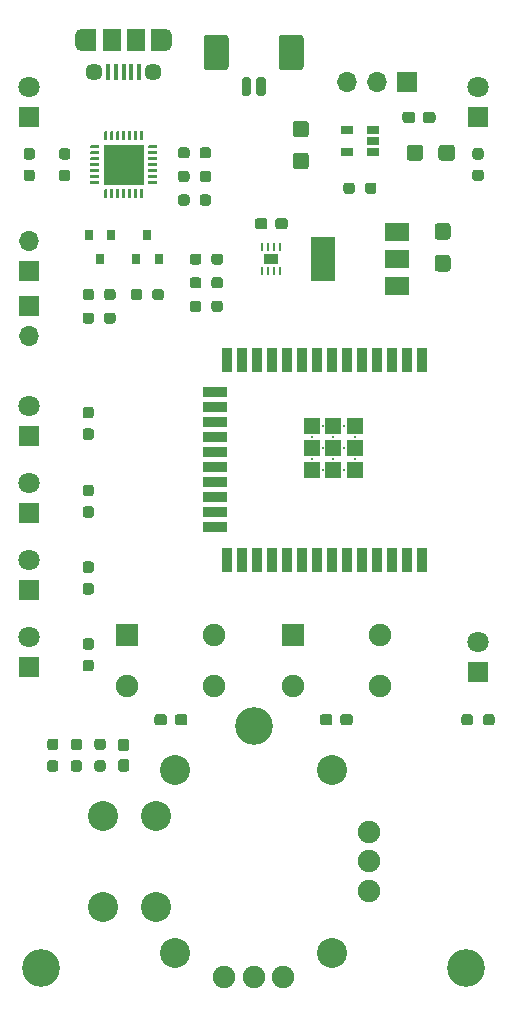
<source format=gbr>
G04 #@! TF.GenerationSoftware,KiCad,Pcbnew,(5.1.10)-1*
G04 #@! TF.CreationDate,2021-06-09T15:44:52+09:00*
G04 #@! TF.ProjectId,controller,636f6e74-726f-46c6-9c65-722e6b696361,rev?*
G04 #@! TF.SameCoordinates,Original*
G04 #@! TF.FileFunction,Soldermask,Top*
G04 #@! TF.FilePolarity,Negative*
%FSLAX46Y46*%
G04 Gerber Fmt 4.6, Leading zero omitted, Abs format (unit mm)*
G04 Created by KiCad (PCBNEW (5.1.10)-1) date 2021-06-09 15:44:52*
%MOMM*%
%LPD*%
G01*
G04 APERTURE LIST*
%ADD10C,0.300000*%
%ADD11R,1.330000X1.330000*%
%ADD12R,0.900000X2.000000*%
%ADD13R,2.000000X0.900000*%
%ADD14C,3.200000*%
%ADD15O,1.700000X1.700000*%
%ADD16R,1.700000X1.700000*%
%ADD17C,2.540000*%
%ADD18C,1.905000*%
%ADD19R,1.300000X0.900000*%
%ADD20R,0.270000X0.760000*%
%ADD21R,2.000000X1.500000*%
%ADD22R,2.000000X3.800000*%
%ADD23R,1.060000X0.650000*%
%ADD24R,3.350000X3.350000*%
%ADD25R,1.905000X1.905000*%
%ADD26R,0.800000X0.900000*%
%ADD27R,1.200000X1.900000*%
%ADD28O,1.200000X1.900000*%
%ADD29R,1.500000X1.900000*%
%ADD30C,1.450000*%
%ADD31R,0.400000X1.350000*%
%ADD32C,1.800000*%
%ADD33R,1.800000X1.800000*%
G04 APERTURE END LIST*
D10*
X26925000Y-36917500D03*
X26925000Y-35082500D03*
X27842500Y-37835000D03*
X27842500Y-36000000D03*
X27842500Y-34165000D03*
X28760000Y-36917500D03*
X28760000Y-35082500D03*
X29677500Y-37835000D03*
X29677500Y-36000000D03*
X29677500Y-34165000D03*
X30595000Y-36917500D03*
X30595000Y-35082500D03*
D11*
X26925000Y-37835000D03*
X26925000Y-36000000D03*
X26925000Y-34165000D03*
X28760000Y-37835000D03*
X28760000Y-36000000D03*
X28760000Y-34165000D03*
X30595000Y-37835000D03*
X30595000Y-36000000D03*
X30595000Y-34165000D03*
D12*
X36260000Y-45500000D03*
X34990000Y-45500000D03*
X33720000Y-45500000D03*
X32450000Y-45500000D03*
X31180000Y-45500000D03*
X29910000Y-45500000D03*
X28640000Y-45500000D03*
X27370000Y-45500000D03*
X26100000Y-45500000D03*
X24830000Y-45500000D03*
X23560000Y-45500000D03*
X22290000Y-45500000D03*
X21020000Y-45500000D03*
X19750000Y-45500000D03*
D13*
X18750000Y-42715000D03*
X18750000Y-41445000D03*
X18750000Y-40175000D03*
X18750000Y-38905000D03*
X18750000Y-37635000D03*
X18750000Y-36365000D03*
X18750000Y-35095000D03*
X18750000Y-33825000D03*
X18750000Y-32555000D03*
X18750000Y-31285000D03*
D12*
X19750000Y-28500000D03*
X21020000Y-28500000D03*
X22290000Y-28500000D03*
X23560000Y-28500000D03*
X24830000Y-28500000D03*
X26100000Y-28500000D03*
X27370000Y-28500000D03*
X28640000Y-28500000D03*
X29910000Y-28500000D03*
X31180000Y-28500000D03*
X32450000Y-28500000D03*
X33720000Y-28500000D03*
X34990000Y-28500000D03*
X36260000Y-28500000D03*
D14*
X22000000Y-59500000D03*
X4000000Y-80000000D03*
X40000000Y-80000000D03*
D15*
X29920000Y-5000000D03*
X32460000Y-5000000D03*
D16*
X35000000Y-5000000D03*
D17*
X28650000Y-63250000D03*
X15350000Y-63250000D03*
X15350000Y-78750000D03*
X28650000Y-78750000D03*
X13750000Y-67150000D03*
X9250000Y-67150000D03*
X9250000Y-74850000D03*
X13750000Y-74850000D03*
D18*
X31750000Y-68500000D03*
X31750000Y-71000000D03*
X31750000Y-73500000D03*
X19500000Y-80750000D03*
X22000000Y-80750000D03*
X24500000Y-80750000D03*
D19*
X23500000Y-20000000D03*
D20*
X24250000Y-20985000D03*
X23750000Y-20985000D03*
X23250000Y-20985000D03*
X22750000Y-20985000D03*
X22750000Y-19015000D03*
X23250000Y-19015000D03*
X23750000Y-19015000D03*
X24250000Y-19015000D03*
D21*
X34150000Y-22300000D03*
X34150000Y-17700000D03*
X34150000Y-20000000D03*
D22*
X27850000Y-20000000D03*
D23*
X29900000Y-10950000D03*
X29900000Y-9050000D03*
X32100000Y-9050000D03*
X32100000Y-10000000D03*
X32100000Y-10950000D03*
D24*
X11000000Y-12000000D03*
G36*
G01*
X13112500Y-10375000D02*
X13787500Y-10375000D01*
G75*
G02*
X13850000Y-10437500I0J-62500D01*
G01*
X13850000Y-10562500D01*
G75*
G02*
X13787500Y-10625000I-62500J0D01*
G01*
X13112500Y-10625000D01*
G75*
G02*
X13050000Y-10562500I0J62500D01*
G01*
X13050000Y-10437500D01*
G75*
G02*
X13112500Y-10375000I62500J0D01*
G01*
G37*
G36*
G01*
X13112500Y-10875000D02*
X13787500Y-10875000D01*
G75*
G02*
X13850000Y-10937500I0J-62500D01*
G01*
X13850000Y-11062500D01*
G75*
G02*
X13787500Y-11125000I-62500J0D01*
G01*
X13112500Y-11125000D01*
G75*
G02*
X13050000Y-11062500I0J62500D01*
G01*
X13050000Y-10937500D01*
G75*
G02*
X13112500Y-10875000I62500J0D01*
G01*
G37*
G36*
G01*
X13112500Y-11375000D02*
X13787500Y-11375000D01*
G75*
G02*
X13850000Y-11437500I0J-62500D01*
G01*
X13850000Y-11562500D01*
G75*
G02*
X13787500Y-11625000I-62500J0D01*
G01*
X13112500Y-11625000D01*
G75*
G02*
X13050000Y-11562500I0J62500D01*
G01*
X13050000Y-11437500D01*
G75*
G02*
X13112500Y-11375000I62500J0D01*
G01*
G37*
G36*
G01*
X13112500Y-11875000D02*
X13787500Y-11875000D01*
G75*
G02*
X13850000Y-11937500I0J-62500D01*
G01*
X13850000Y-12062500D01*
G75*
G02*
X13787500Y-12125000I-62500J0D01*
G01*
X13112500Y-12125000D01*
G75*
G02*
X13050000Y-12062500I0J62500D01*
G01*
X13050000Y-11937500D01*
G75*
G02*
X13112500Y-11875000I62500J0D01*
G01*
G37*
G36*
G01*
X13112500Y-12375000D02*
X13787500Y-12375000D01*
G75*
G02*
X13850000Y-12437500I0J-62500D01*
G01*
X13850000Y-12562500D01*
G75*
G02*
X13787500Y-12625000I-62500J0D01*
G01*
X13112500Y-12625000D01*
G75*
G02*
X13050000Y-12562500I0J62500D01*
G01*
X13050000Y-12437500D01*
G75*
G02*
X13112500Y-12375000I62500J0D01*
G01*
G37*
G36*
G01*
X13112500Y-12875000D02*
X13787500Y-12875000D01*
G75*
G02*
X13850000Y-12937500I0J-62500D01*
G01*
X13850000Y-13062500D01*
G75*
G02*
X13787500Y-13125000I-62500J0D01*
G01*
X13112500Y-13125000D01*
G75*
G02*
X13050000Y-13062500I0J62500D01*
G01*
X13050000Y-12937500D01*
G75*
G02*
X13112500Y-12875000I62500J0D01*
G01*
G37*
G36*
G01*
X13112500Y-13375000D02*
X13787500Y-13375000D01*
G75*
G02*
X13850000Y-13437500I0J-62500D01*
G01*
X13850000Y-13562500D01*
G75*
G02*
X13787500Y-13625000I-62500J0D01*
G01*
X13112500Y-13625000D01*
G75*
G02*
X13050000Y-13562500I0J62500D01*
G01*
X13050000Y-13437500D01*
G75*
G02*
X13112500Y-13375000I62500J0D01*
G01*
G37*
G36*
G01*
X12437500Y-14050000D02*
X12562500Y-14050000D01*
G75*
G02*
X12625000Y-14112500I0J-62500D01*
G01*
X12625000Y-14787500D01*
G75*
G02*
X12562500Y-14850000I-62500J0D01*
G01*
X12437500Y-14850000D01*
G75*
G02*
X12375000Y-14787500I0J62500D01*
G01*
X12375000Y-14112500D01*
G75*
G02*
X12437500Y-14050000I62500J0D01*
G01*
G37*
G36*
G01*
X11937500Y-14050000D02*
X12062500Y-14050000D01*
G75*
G02*
X12125000Y-14112500I0J-62500D01*
G01*
X12125000Y-14787500D01*
G75*
G02*
X12062500Y-14850000I-62500J0D01*
G01*
X11937500Y-14850000D01*
G75*
G02*
X11875000Y-14787500I0J62500D01*
G01*
X11875000Y-14112500D01*
G75*
G02*
X11937500Y-14050000I62500J0D01*
G01*
G37*
G36*
G01*
X11437500Y-14050000D02*
X11562500Y-14050000D01*
G75*
G02*
X11625000Y-14112500I0J-62500D01*
G01*
X11625000Y-14787500D01*
G75*
G02*
X11562500Y-14850000I-62500J0D01*
G01*
X11437500Y-14850000D01*
G75*
G02*
X11375000Y-14787500I0J62500D01*
G01*
X11375000Y-14112500D01*
G75*
G02*
X11437500Y-14050000I62500J0D01*
G01*
G37*
G36*
G01*
X10937500Y-14050000D02*
X11062500Y-14050000D01*
G75*
G02*
X11125000Y-14112500I0J-62500D01*
G01*
X11125000Y-14787500D01*
G75*
G02*
X11062500Y-14850000I-62500J0D01*
G01*
X10937500Y-14850000D01*
G75*
G02*
X10875000Y-14787500I0J62500D01*
G01*
X10875000Y-14112500D01*
G75*
G02*
X10937500Y-14050000I62500J0D01*
G01*
G37*
G36*
G01*
X10437500Y-14050000D02*
X10562500Y-14050000D01*
G75*
G02*
X10625000Y-14112500I0J-62500D01*
G01*
X10625000Y-14787500D01*
G75*
G02*
X10562500Y-14850000I-62500J0D01*
G01*
X10437500Y-14850000D01*
G75*
G02*
X10375000Y-14787500I0J62500D01*
G01*
X10375000Y-14112500D01*
G75*
G02*
X10437500Y-14050000I62500J0D01*
G01*
G37*
G36*
G01*
X9937500Y-14050000D02*
X10062500Y-14050000D01*
G75*
G02*
X10125000Y-14112500I0J-62500D01*
G01*
X10125000Y-14787500D01*
G75*
G02*
X10062500Y-14850000I-62500J0D01*
G01*
X9937500Y-14850000D01*
G75*
G02*
X9875000Y-14787500I0J62500D01*
G01*
X9875000Y-14112500D01*
G75*
G02*
X9937500Y-14050000I62500J0D01*
G01*
G37*
G36*
G01*
X9437500Y-14050000D02*
X9562500Y-14050000D01*
G75*
G02*
X9625000Y-14112500I0J-62500D01*
G01*
X9625000Y-14787500D01*
G75*
G02*
X9562500Y-14850000I-62500J0D01*
G01*
X9437500Y-14850000D01*
G75*
G02*
X9375000Y-14787500I0J62500D01*
G01*
X9375000Y-14112500D01*
G75*
G02*
X9437500Y-14050000I62500J0D01*
G01*
G37*
G36*
G01*
X8212500Y-13375000D02*
X8887500Y-13375000D01*
G75*
G02*
X8950000Y-13437500I0J-62500D01*
G01*
X8950000Y-13562500D01*
G75*
G02*
X8887500Y-13625000I-62500J0D01*
G01*
X8212500Y-13625000D01*
G75*
G02*
X8150000Y-13562500I0J62500D01*
G01*
X8150000Y-13437500D01*
G75*
G02*
X8212500Y-13375000I62500J0D01*
G01*
G37*
G36*
G01*
X8212500Y-12875000D02*
X8887500Y-12875000D01*
G75*
G02*
X8950000Y-12937500I0J-62500D01*
G01*
X8950000Y-13062500D01*
G75*
G02*
X8887500Y-13125000I-62500J0D01*
G01*
X8212500Y-13125000D01*
G75*
G02*
X8150000Y-13062500I0J62500D01*
G01*
X8150000Y-12937500D01*
G75*
G02*
X8212500Y-12875000I62500J0D01*
G01*
G37*
G36*
G01*
X8212500Y-12375000D02*
X8887500Y-12375000D01*
G75*
G02*
X8950000Y-12437500I0J-62500D01*
G01*
X8950000Y-12562500D01*
G75*
G02*
X8887500Y-12625000I-62500J0D01*
G01*
X8212500Y-12625000D01*
G75*
G02*
X8150000Y-12562500I0J62500D01*
G01*
X8150000Y-12437500D01*
G75*
G02*
X8212500Y-12375000I62500J0D01*
G01*
G37*
G36*
G01*
X8212500Y-11875000D02*
X8887500Y-11875000D01*
G75*
G02*
X8950000Y-11937500I0J-62500D01*
G01*
X8950000Y-12062500D01*
G75*
G02*
X8887500Y-12125000I-62500J0D01*
G01*
X8212500Y-12125000D01*
G75*
G02*
X8150000Y-12062500I0J62500D01*
G01*
X8150000Y-11937500D01*
G75*
G02*
X8212500Y-11875000I62500J0D01*
G01*
G37*
G36*
G01*
X8212500Y-11375000D02*
X8887500Y-11375000D01*
G75*
G02*
X8950000Y-11437500I0J-62500D01*
G01*
X8950000Y-11562500D01*
G75*
G02*
X8887500Y-11625000I-62500J0D01*
G01*
X8212500Y-11625000D01*
G75*
G02*
X8150000Y-11562500I0J62500D01*
G01*
X8150000Y-11437500D01*
G75*
G02*
X8212500Y-11375000I62500J0D01*
G01*
G37*
G36*
G01*
X8212500Y-10875000D02*
X8887500Y-10875000D01*
G75*
G02*
X8950000Y-10937500I0J-62500D01*
G01*
X8950000Y-11062500D01*
G75*
G02*
X8887500Y-11125000I-62500J0D01*
G01*
X8212500Y-11125000D01*
G75*
G02*
X8150000Y-11062500I0J62500D01*
G01*
X8150000Y-10937500D01*
G75*
G02*
X8212500Y-10875000I62500J0D01*
G01*
G37*
G36*
G01*
X8212500Y-10375000D02*
X8887500Y-10375000D01*
G75*
G02*
X8950000Y-10437500I0J-62500D01*
G01*
X8950000Y-10562500D01*
G75*
G02*
X8887500Y-10625000I-62500J0D01*
G01*
X8212500Y-10625000D01*
G75*
G02*
X8150000Y-10562500I0J62500D01*
G01*
X8150000Y-10437500D01*
G75*
G02*
X8212500Y-10375000I62500J0D01*
G01*
G37*
G36*
G01*
X9437500Y-9150000D02*
X9562500Y-9150000D01*
G75*
G02*
X9625000Y-9212500I0J-62500D01*
G01*
X9625000Y-9887500D01*
G75*
G02*
X9562500Y-9950000I-62500J0D01*
G01*
X9437500Y-9950000D01*
G75*
G02*
X9375000Y-9887500I0J62500D01*
G01*
X9375000Y-9212500D01*
G75*
G02*
X9437500Y-9150000I62500J0D01*
G01*
G37*
G36*
G01*
X9937500Y-9150000D02*
X10062500Y-9150000D01*
G75*
G02*
X10125000Y-9212500I0J-62500D01*
G01*
X10125000Y-9887500D01*
G75*
G02*
X10062500Y-9950000I-62500J0D01*
G01*
X9937500Y-9950000D01*
G75*
G02*
X9875000Y-9887500I0J62500D01*
G01*
X9875000Y-9212500D01*
G75*
G02*
X9937500Y-9150000I62500J0D01*
G01*
G37*
G36*
G01*
X10437500Y-9150000D02*
X10562500Y-9150000D01*
G75*
G02*
X10625000Y-9212500I0J-62500D01*
G01*
X10625000Y-9887500D01*
G75*
G02*
X10562500Y-9950000I-62500J0D01*
G01*
X10437500Y-9950000D01*
G75*
G02*
X10375000Y-9887500I0J62500D01*
G01*
X10375000Y-9212500D01*
G75*
G02*
X10437500Y-9150000I62500J0D01*
G01*
G37*
G36*
G01*
X10937500Y-9150000D02*
X11062500Y-9150000D01*
G75*
G02*
X11125000Y-9212500I0J-62500D01*
G01*
X11125000Y-9887500D01*
G75*
G02*
X11062500Y-9950000I-62500J0D01*
G01*
X10937500Y-9950000D01*
G75*
G02*
X10875000Y-9887500I0J62500D01*
G01*
X10875000Y-9212500D01*
G75*
G02*
X10937500Y-9150000I62500J0D01*
G01*
G37*
G36*
G01*
X11437500Y-9150000D02*
X11562500Y-9150000D01*
G75*
G02*
X11625000Y-9212500I0J-62500D01*
G01*
X11625000Y-9887500D01*
G75*
G02*
X11562500Y-9950000I-62500J0D01*
G01*
X11437500Y-9950000D01*
G75*
G02*
X11375000Y-9887500I0J62500D01*
G01*
X11375000Y-9212500D01*
G75*
G02*
X11437500Y-9150000I62500J0D01*
G01*
G37*
G36*
G01*
X11937500Y-9150000D02*
X12062500Y-9150000D01*
G75*
G02*
X12125000Y-9212500I0J-62500D01*
G01*
X12125000Y-9887500D01*
G75*
G02*
X12062500Y-9950000I-62500J0D01*
G01*
X11937500Y-9950000D01*
G75*
G02*
X11875000Y-9887500I0J62500D01*
G01*
X11875000Y-9212500D01*
G75*
G02*
X11937500Y-9150000I62500J0D01*
G01*
G37*
G36*
G01*
X12437500Y-9150000D02*
X12562500Y-9150000D01*
G75*
G02*
X12625000Y-9212500I0J-62500D01*
G01*
X12625000Y-9887500D01*
G75*
G02*
X12562500Y-9950000I-62500J0D01*
G01*
X12437500Y-9950000D01*
G75*
G02*
X12375000Y-9887500I0J62500D01*
G01*
X12375000Y-9212500D01*
G75*
G02*
X12437500Y-9150000I62500J0D01*
G01*
G37*
D25*
X11317000Y-51841000D03*
D18*
X11317000Y-56159000D03*
X18683000Y-56159000D03*
X18683000Y-51841000D03*
D25*
X25317000Y-51841000D03*
D18*
X25317000Y-56159000D03*
X32683000Y-56159000D03*
X32683000Y-51841000D03*
G36*
G01*
X8237500Y-53075000D02*
X7762500Y-53075000D01*
G75*
G02*
X7525000Y-52837500I0J237500D01*
G01*
X7525000Y-52337500D01*
G75*
G02*
X7762500Y-52100000I237500J0D01*
G01*
X8237500Y-52100000D01*
G75*
G02*
X8475000Y-52337500I0J-237500D01*
G01*
X8475000Y-52837500D01*
G75*
G02*
X8237500Y-53075000I-237500J0D01*
G01*
G37*
G36*
G01*
X8237500Y-54900000D02*
X7762500Y-54900000D01*
G75*
G02*
X7525000Y-54662500I0J237500D01*
G01*
X7525000Y-54162500D01*
G75*
G02*
X7762500Y-53925000I237500J0D01*
G01*
X8237500Y-53925000D01*
G75*
G02*
X8475000Y-54162500I0J-237500D01*
G01*
X8475000Y-54662500D01*
G75*
G02*
X8237500Y-54900000I-237500J0D01*
G01*
G37*
G36*
G01*
X8237500Y-46575000D02*
X7762500Y-46575000D01*
G75*
G02*
X7525000Y-46337500I0J237500D01*
G01*
X7525000Y-45837500D01*
G75*
G02*
X7762500Y-45600000I237500J0D01*
G01*
X8237500Y-45600000D01*
G75*
G02*
X8475000Y-45837500I0J-237500D01*
G01*
X8475000Y-46337500D01*
G75*
G02*
X8237500Y-46575000I-237500J0D01*
G01*
G37*
G36*
G01*
X8237500Y-48400000D02*
X7762500Y-48400000D01*
G75*
G02*
X7525000Y-48162500I0J237500D01*
G01*
X7525000Y-47662500D01*
G75*
G02*
X7762500Y-47425000I237500J0D01*
G01*
X8237500Y-47425000D01*
G75*
G02*
X8475000Y-47662500I0J-237500D01*
G01*
X8475000Y-48162500D01*
G75*
G02*
X8237500Y-48400000I-237500J0D01*
G01*
G37*
G36*
G01*
X8237500Y-40075000D02*
X7762500Y-40075000D01*
G75*
G02*
X7525000Y-39837500I0J237500D01*
G01*
X7525000Y-39337500D01*
G75*
G02*
X7762500Y-39100000I237500J0D01*
G01*
X8237500Y-39100000D01*
G75*
G02*
X8475000Y-39337500I0J-237500D01*
G01*
X8475000Y-39837500D01*
G75*
G02*
X8237500Y-40075000I-237500J0D01*
G01*
G37*
G36*
G01*
X8237500Y-41900000D02*
X7762500Y-41900000D01*
G75*
G02*
X7525000Y-41662500I0J237500D01*
G01*
X7525000Y-41162500D01*
G75*
G02*
X7762500Y-40925000I237500J0D01*
G01*
X8237500Y-40925000D01*
G75*
G02*
X8475000Y-41162500I0J-237500D01*
G01*
X8475000Y-41662500D01*
G75*
G02*
X8237500Y-41900000I-237500J0D01*
G01*
G37*
G36*
G01*
X8237500Y-33487500D02*
X7762500Y-33487500D01*
G75*
G02*
X7525000Y-33250000I0J237500D01*
G01*
X7525000Y-32750000D01*
G75*
G02*
X7762500Y-32512500I237500J0D01*
G01*
X8237500Y-32512500D01*
G75*
G02*
X8475000Y-32750000I0J-237500D01*
G01*
X8475000Y-33250000D01*
G75*
G02*
X8237500Y-33487500I-237500J0D01*
G01*
G37*
G36*
G01*
X8237500Y-35312500D02*
X7762500Y-35312500D01*
G75*
G02*
X7525000Y-35075000I0J237500D01*
G01*
X7525000Y-34575000D01*
G75*
G02*
X7762500Y-34337500I237500J0D01*
G01*
X8237500Y-34337500D01*
G75*
G02*
X8475000Y-34575000I0J-237500D01*
G01*
X8475000Y-35075000D01*
G75*
G02*
X8237500Y-35312500I-237500J0D01*
G01*
G37*
G36*
G01*
X40575000Y-58762500D02*
X40575000Y-59237500D01*
G75*
G02*
X40337500Y-59475000I-237500J0D01*
G01*
X39837500Y-59475000D01*
G75*
G02*
X39600000Y-59237500I0J237500D01*
G01*
X39600000Y-58762500D01*
G75*
G02*
X39837500Y-58525000I237500J0D01*
G01*
X40337500Y-58525000D01*
G75*
G02*
X40575000Y-58762500I0J-237500D01*
G01*
G37*
G36*
G01*
X42400000Y-58762500D02*
X42400000Y-59237500D01*
G75*
G02*
X42162500Y-59475000I-237500J0D01*
G01*
X41662500Y-59475000D01*
G75*
G02*
X41425000Y-59237500I0J237500D01*
G01*
X41425000Y-58762500D01*
G75*
G02*
X41662500Y-58525000I237500J0D01*
G01*
X42162500Y-58525000D01*
G75*
G02*
X42400000Y-58762500I0J-237500D01*
G01*
G37*
G36*
G01*
X40762500Y-12425000D02*
X41237500Y-12425000D01*
G75*
G02*
X41475000Y-12662500I0J-237500D01*
G01*
X41475000Y-13162500D01*
G75*
G02*
X41237500Y-13400000I-237500J0D01*
G01*
X40762500Y-13400000D01*
G75*
G02*
X40525000Y-13162500I0J237500D01*
G01*
X40525000Y-12662500D01*
G75*
G02*
X40762500Y-12425000I237500J0D01*
G01*
G37*
G36*
G01*
X40762500Y-10600000D02*
X41237500Y-10600000D01*
G75*
G02*
X41475000Y-10837500I0J-237500D01*
G01*
X41475000Y-11337500D01*
G75*
G02*
X41237500Y-11575000I-237500J0D01*
G01*
X40762500Y-11575000D01*
G75*
G02*
X40525000Y-11337500I0J237500D01*
G01*
X40525000Y-10837500D01*
G75*
G02*
X40762500Y-10600000I237500J0D01*
G01*
G37*
G36*
G01*
X9237500Y-61575000D02*
X8762500Y-61575000D01*
G75*
G02*
X8525000Y-61337500I0J237500D01*
G01*
X8525000Y-60837500D01*
G75*
G02*
X8762500Y-60600000I237500J0D01*
G01*
X9237500Y-60600000D01*
G75*
G02*
X9475000Y-60837500I0J-237500D01*
G01*
X9475000Y-61337500D01*
G75*
G02*
X9237500Y-61575000I-237500J0D01*
G01*
G37*
G36*
G01*
X9237500Y-63400000D02*
X8762500Y-63400000D01*
G75*
G02*
X8525000Y-63162500I0J237500D01*
G01*
X8525000Y-62662500D01*
G75*
G02*
X8762500Y-62425000I237500J0D01*
G01*
X9237500Y-62425000D01*
G75*
G02*
X9475000Y-62662500I0J-237500D01*
G01*
X9475000Y-63162500D01*
G75*
G02*
X9237500Y-63400000I-237500J0D01*
G01*
G37*
G36*
G01*
X6762500Y-62425000D02*
X7237500Y-62425000D01*
G75*
G02*
X7475000Y-62662500I0J-237500D01*
G01*
X7475000Y-63162500D01*
G75*
G02*
X7237500Y-63400000I-237500J0D01*
G01*
X6762500Y-63400000D01*
G75*
G02*
X6525000Y-63162500I0J237500D01*
G01*
X6525000Y-62662500D01*
G75*
G02*
X6762500Y-62425000I237500J0D01*
G01*
G37*
G36*
G01*
X6762500Y-60600000D02*
X7237500Y-60600000D01*
G75*
G02*
X7475000Y-60837500I0J-237500D01*
G01*
X7475000Y-61337500D01*
G75*
G02*
X7237500Y-61575000I-237500J0D01*
G01*
X6762500Y-61575000D01*
G75*
G02*
X6525000Y-61337500I0J237500D01*
G01*
X6525000Y-60837500D01*
G75*
G02*
X6762500Y-60600000I237500J0D01*
G01*
G37*
G36*
G01*
X5237500Y-61575000D02*
X4762500Y-61575000D01*
G75*
G02*
X4525000Y-61337500I0J237500D01*
G01*
X4525000Y-60837500D01*
G75*
G02*
X4762500Y-60600000I237500J0D01*
G01*
X5237500Y-60600000D01*
G75*
G02*
X5475000Y-60837500I0J-237500D01*
G01*
X5475000Y-61337500D01*
G75*
G02*
X5237500Y-61575000I-237500J0D01*
G01*
G37*
G36*
G01*
X5237500Y-63400000D02*
X4762500Y-63400000D01*
G75*
G02*
X4525000Y-63162500I0J237500D01*
G01*
X4525000Y-62662500D01*
G75*
G02*
X4762500Y-62425000I237500J0D01*
G01*
X5237500Y-62425000D01*
G75*
G02*
X5475000Y-62662500I0J-237500D01*
G01*
X5475000Y-63162500D01*
G75*
G02*
X5237500Y-63400000I-237500J0D01*
G01*
G37*
G36*
G01*
X17575000Y-19762500D02*
X17575000Y-20237500D01*
G75*
G02*
X17337500Y-20475000I-237500J0D01*
G01*
X16837500Y-20475000D01*
G75*
G02*
X16600000Y-20237500I0J237500D01*
G01*
X16600000Y-19762500D01*
G75*
G02*
X16837500Y-19525000I237500J0D01*
G01*
X17337500Y-19525000D01*
G75*
G02*
X17575000Y-19762500I0J-237500D01*
G01*
G37*
G36*
G01*
X19400000Y-19762500D02*
X19400000Y-20237500D01*
G75*
G02*
X19162500Y-20475000I-237500J0D01*
G01*
X18662500Y-20475000D01*
G75*
G02*
X18425000Y-20237500I0J237500D01*
G01*
X18425000Y-19762500D01*
G75*
G02*
X18662500Y-19525000I237500J0D01*
G01*
X19162500Y-19525000D01*
G75*
G02*
X19400000Y-19762500I0J-237500D01*
G01*
G37*
G36*
G01*
X17575000Y-21762500D02*
X17575000Y-22237500D01*
G75*
G02*
X17337500Y-22475000I-237500J0D01*
G01*
X16837500Y-22475000D01*
G75*
G02*
X16600000Y-22237500I0J237500D01*
G01*
X16600000Y-21762500D01*
G75*
G02*
X16837500Y-21525000I237500J0D01*
G01*
X17337500Y-21525000D01*
G75*
G02*
X17575000Y-21762500I0J-237500D01*
G01*
G37*
G36*
G01*
X19400000Y-21762500D02*
X19400000Y-22237500D01*
G75*
G02*
X19162500Y-22475000I-237500J0D01*
G01*
X18662500Y-22475000D01*
G75*
G02*
X18425000Y-22237500I0J237500D01*
G01*
X18425000Y-21762500D01*
G75*
G02*
X18662500Y-21525000I237500J0D01*
G01*
X19162500Y-21525000D01*
G75*
G02*
X19400000Y-21762500I0J-237500D01*
G01*
G37*
G36*
G01*
X17575000Y-23762500D02*
X17575000Y-24237500D01*
G75*
G02*
X17337500Y-24475000I-237500J0D01*
G01*
X16837500Y-24475000D01*
G75*
G02*
X16600000Y-24237500I0J237500D01*
G01*
X16600000Y-23762500D01*
G75*
G02*
X16837500Y-23525000I237500J0D01*
G01*
X17337500Y-23525000D01*
G75*
G02*
X17575000Y-23762500I0J-237500D01*
G01*
G37*
G36*
G01*
X19400000Y-23762500D02*
X19400000Y-24237500D01*
G75*
G02*
X19162500Y-24475000I-237500J0D01*
G01*
X18662500Y-24475000D01*
G75*
G02*
X18425000Y-24237500I0J237500D01*
G01*
X18425000Y-23762500D01*
G75*
G02*
X18662500Y-23525000I237500J0D01*
G01*
X19162500Y-23525000D01*
G75*
G02*
X19400000Y-23762500I0J-237500D01*
G01*
G37*
G36*
G01*
X16575000Y-14762500D02*
X16575000Y-15237500D01*
G75*
G02*
X16337500Y-15475000I-237500J0D01*
G01*
X15837500Y-15475000D01*
G75*
G02*
X15600000Y-15237500I0J237500D01*
G01*
X15600000Y-14762500D01*
G75*
G02*
X15837500Y-14525000I237500J0D01*
G01*
X16337500Y-14525000D01*
G75*
G02*
X16575000Y-14762500I0J-237500D01*
G01*
G37*
G36*
G01*
X18400000Y-14762500D02*
X18400000Y-15237500D01*
G75*
G02*
X18162500Y-15475000I-237500J0D01*
G01*
X17662500Y-15475000D01*
G75*
G02*
X17425000Y-15237500I0J237500D01*
G01*
X17425000Y-14762500D01*
G75*
G02*
X17662500Y-14525000I237500J0D01*
G01*
X18162500Y-14525000D01*
G75*
G02*
X18400000Y-14762500I0J-237500D01*
G01*
G37*
G36*
G01*
X16575000Y-10762500D02*
X16575000Y-11237500D01*
G75*
G02*
X16337500Y-11475000I-237500J0D01*
G01*
X15837500Y-11475000D01*
G75*
G02*
X15600000Y-11237500I0J237500D01*
G01*
X15600000Y-10762500D01*
G75*
G02*
X15837500Y-10525000I237500J0D01*
G01*
X16337500Y-10525000D01*
G75*
G02*
X16575000Y-10762500I0J-237500D01*
G01*
G37*
G36*
G01*
X18400000Y-10762500D02*
X18400000Y-11237500D01*
G75*
G02*
X18162500Y-11475000I-237500J0D01*
G01*
X17662500Y-11475000D01*
G75*
G02*
X17425000Y-11237500I0J237500D01*
G01*
X17425000Y-10762500D01*
G75*
G02*
X17662500Y-10525000I237500J0D01*
G01*
X18162500Y-10525000D01*
G75*
G02*
X18400000Y-10762500I0J-237500D01*
G01*
G37*
G36*
G01*
X16575000Y-12762500D02*
X16575000Y-13237500D01*
G75*
G02*
X16337500Y-13475000I-237500J0D01*
G01*
X15837500Y-13475000D01*
G75*
G02*
X15600000Y-13237500I0J237500D01*
G01*
X15600000Y-12762500D01*
G75*
G02*
X15837500Y-12525000I237500J0D01*
G01*
X16337500Y-12525000D01*
G75*
G02*
X16575000Y-12762500I0J-237500D01*
G01*
G37*
G36*
G01*
X18400000Y-12762500D02*
X18400000Y-13237500D01*
G75*
G02*
X18162500Y-13475000I-237500J0D01*
G01*
X17662500Y-13475000D01*
G75*
G02*
X17425000Y-13237500I0J237500D01*
G01*
X17425000Y-12762500D01*
G75*
G02*
X17662500Y-12525000I237500J0D01*
G01*
X18162500Y-12525000D01*
G75*
G02*
X18400000Y-12762500I0J-237500D01*
G01*
G37*
G36*
G01*
X3237500Y-11575000D02*
X2762500Y-11575000D01*
G75*
G02*
X2525000Y-11337500I0J237500D01*
G01*
X2525000Y-10837500D01*
G75*
G02*
X2762500Y-10600000I237500J0D01*
G01*
X3237500Y-10600000D01*
G75*
G02*
X3475000Y-10837500I0J-237500D01*
G01*
X3475000Y-11337500D01*
G75*
G02*
X3237500Y-11575000I-237500J0D01*
G01*
G37*
G36*
G01*
X3237500Y-13400000D02*
X2762500Y-13400000D01*
G75*
G02*
X2525000Y-13162500I0J237500D01*
G01*
X2525000Y-12662500D01*
G75*
G02*
X2762500Y-12425000I237500J0D01*
G01*
X3237500Y-12425000D01*
G75*
G02*
X3475000Y-12662500I0J-237500D01*
G01*
X3475000Y-13162500D01*
G75*
G02*
X3237500Y-13400000I-237500J0D01*
G01*
G37*
G36*
G01*
X9337500Y-25237500D02*
X9337500Y-24762500D01*
G75*
G02*
X9575000Y-24525000I237500J0D01*
G01*
X10075000Y-24525000D01*
G75*
G02*
X10312500Y-24762500I0J-237500D01*
G01*
X10312500Y-25237500D01*
G75*
G02*
X10075000Y-25475000I-237500J0D01*
G01*
X9575000Y-25475000D01*
G75*
G02*
X9337500Y-25237500I0J237500D01*
G01*
G37*
G36*
G01*
X7512500Y-25237500D02*
X7512500Y-24762500D01*
G75*
G02*
X7750000Y-24525000I237500J0D01*
G01*
X8250000Y-24525000D01*
G75*
G02*
X8487500Y-24762500I0J-237500D01*
G01*
X8487500Y-25237500D01*
G75*
G02*
X8250000Y-25475000I-237500J0D01*
G01*
X7750000Y-25475000D01*
G75*
G02*
X7512500Y-25237500I0J237500D01*
G01*
G37*
G36*
G01*
X31425000Y-14237500D02*
X31425000Y-13762500D01*
G75*
G02*
X31662500Y-13525000I237500J0D01*
G01*
X32162500Y-13525000D01*
G75*
G02*
X32400000Y-13762500I0J-237500D01*
G01*
X32400000Y-14237500D01*
G75*
G02*
X32162500Y-14475000I-237500J0D01*
G01*
X31662500Y-14475000D01*
G75*
G02*
X31425000Y-14237500I0J237500D01*
G01*
G37*
G36*
G01*
X29600000Y-14237500D02*
X29600000Y-13762500D01*
G75*
G02*
X29837500Y-13525000I237500J0D01*
G01*
X30337500Y-13525000D01*
G75*
G02*
X30575000Y-13762500I0J-237500D01*
G01*
X30575000Y-14237500D01*
G75*
G02*
X30337500Y-14475000I-237500J0D01*
G01*
X29837500Y-14475000D01*
G75*
G02*
X29600000Y-14237500I0J237500D01*
G01*
G37*
G36*
G01*
X6237500Y-11575000D02*
X5762500Y-11575000D01*
G75*
G02*
X5525000Y-11337500I0J237500D01*
G01*
X5525000Y-10837500D01*
G75*
G02*
X5762500Y-10600000I237500J0D01*
G01*
X6237500Y-10600000D01*
G75*
G02*
X6475000Y-10837500I0J-237500D01*
G01*
X6475000Y-11337500D01*
G75*
G02*
X6237500Y-11575000I-237500J0D01*
G01*
G37*
G36*
G01*
X6237500Y-13400000D02*
X5762500Y-13400000D01*
G75*
G02*
X5525000Y-13162500I0J237500D01*
G01*
X5525000Y-12662500D01*
G75*
G02*
X5762500Y-12425000I237500J0D01*
G01*
X6237500Y-12425000D01*
G75*
G02*
X6475000Y-12662500I0J-237500D01*
G01*
X6475000Y-13162500D01*
G75*
G02*
X6237500Y-13400000I-237500J0D01*
G01*
G37*
G36*
G01*
X13425000Y-23237500D02*
X13425000Y-22762500D01*
G75*
G02*
X13662500Y-22525000I237500J0D01*
G01*
X14162500Y-22525000D01*
G75*
G02*
X14400000Y-22762500I0J-237500D01*
G01*
X14400000Y-23237500D01*
G75*
G02*
X14162500Y-23475000I-237500J0D01*
G01*
X13662500Y-23475000D01*
G75*
G02*
X13425000Y-23237500I0J237500D01*
G01*
G37*
G36*
G01*
X11600000Y-23237500D02*
X11600000Y-22762500D01*
G75*
G02*
X11837500Y-22525000I237500J0D01*
G01*
X12337500Y-22525000D01*
G75*
G02*
X12575000Y-22762500I0J-237500D01*
G01*
X12575000Y-23237500D01*
G75*
G02*
X12337500Y-23475000I-237500J0D01*
G01*
X11837500Y-23475000D01*
G75*
G02*
X11600000Y-23237500I0J237500D01*
G01*
G37*
G36*
G01*
X8487500Y-22762500D02*
X8487500Y-23237500D01*
G75*
G02*
X8250000Y-23475000I-237500J0D01*
G01*
X7750000Y-23475000D01*
G75*
G02*
X7512500Y-23237500I0J237500D01*
G01*
X7512500Y-22762500D01*
G75*
G02*
X7750000Y-22525000I237500J0D01*
G01*
X8250000Y-22525000D01*
G75*
G02*
X8487500Y-22762500I0J-237500D01*
G01*
G37*
G36*
G01*
X10312500Y-22762500D02*
X10312500Y-23237500D01*
G75*
G02*
X10075000Y-23475000I-237500J0D01*
G01*
X9575000Y-23475000D01*
G75*
G02*
X9337500Y-23237500I0J237500D01*
G01*
X9337500Y-22762500D01*
G75*
G02*
X9575000Y-22525000I237500J0D01*
G01*
X10075000Y-22525000D01*
G75*
G02*
X10312500Y-22762500I0J-237500D01*
G01*
G37*
D26*
X13000000Y-18000000D03*
X13950000Y-20000000D03*
X12050000Y-20000000D03*
X9000000Y-20000000D03*
X8050000Y-18000000D03*
X9950000Y-18000000D03*
D15*
X3000000Y-18460000D03*
D16*
X3000000Y-21000000D03*
D15*
X3000000Y-26540000D03*
D16*
X3000000Y-24000000D03*
D27*
X13900000Y-1462500D03*
X8100000Y-1462500D03*
D28*
X7500000Y-1462500D03*
X14500000Y-1462500D03*
D29*
X12000000Y-1462500D03*
D30*
X8500000Y-4162500D03*
D31*
X11000000Y-4162500D03*
X10350000Y-4162500D03*
X9700000Y-4162500D03*
X12300000Y-4162500D03*
X11650000Y-4162500D03*
D30*
X13500000Y-4162500D03*
D29*
X10000000Y-1462500D03*
G36*
G01*
X19875000Y-1250000D02*
X19875000Y-3750000D01*
G75*
G02*
X19625000Y-4000000I-250000J0D01*
G01*
X18025000Y-4000000D01*
G75*
G02*
X17775000Y-3750000I0J250000D01*
G01*
X17775000Y-1250000D01*
G75*
G02*
X18025000Y-1000000I250000J0D01*
G01*
X19625000Y-1000000D01*
G75*
G02*
X19875000Y-1250000I0J-250000D01*
G01*
G37*
G36*
G01*
X26225000Y-1250000D02*
X26225000Y-3750000D01*
G75*
G02*
X25975000Y-4000000I-250000J0D01*
G01*
X24375000Y-4000000D01*
G75*
G02*
X24125000Y-3750000I0J250000D01*
G01*
X24125000Y-1250000D01*
G75*
G02*
X24375000Y-1000000I250000J0D01*
G01*
X25975000Y-1000000D01*
G75*
G02*
X26225000Y-1250000I0J-250000D01*
G01*
G37*
G36*
G01*
X21775000Y-4800000D02*
X21775000Y-6000000D01*
G75*
G02*
X21575000Y-6200000I-200000J0D01*
G01*
X21175000Y-6200000D01*
G75*
G02*
X20975000Y-6000000I0J200000D01*
G01*
X20975000Y-4800000D01*
G75*
G02*
X21175000Y-4600000I200000J0D01*
G01*
X21575000Y-4600000D01*
G75*
G02*
X21775000Y-4800000I0J-200000D01*
G01*
G37*
G36*
G01*
X23025000Y-4800000D02*
X23025000Y-6000000D01*
G75*
G02*
X22825000Y-6200000I-200000J0D01*
G01*
X22425000Y-6200000D01*
G75*
G02*
X22225000Y-6000000I0J200000D01*
G01*
X22225000Y-4800000D01*
G75*
G02*
X22425000Y-4600000I200000J0D01*
G01*
X22825000Y-4600000D01*
G75*
G02*
X23025000Y-4800000I0J-200000D01*
G01*
G37*
D32*
X3000000Y-51960000D03*
D33*
X3000000Y-54500000D03*
D32*
X3000000Y-45460000D03*
D33*
X3000000Y-48000000D03*
D32*
X3000000Y-38960000D03*
D33*
X3000000Y-41500000D03*
D32*
X3000000Y-32460000D03*
D33*
X3000000Y-35000000D03*
D32*
X41000000Y-52460000D03*
D33*
X41000000Y-55000000D03*
D32*
X41000000Y-5460000D03*
D33*
X41000000Y-8000000D03*
D32*
X3000000Y-5460000D03*
D33*
X3000000Y-8000000D03*
G36*
G01*
X14675000Y-58762500D02*
X14675000Y-59237500D01*
G75*
G02*
X14437500Y-59475000I-237500J0D01*
G01*
X13837500Y-59475000D01*
G75*
G02*
X13600000Y-59237500I0J237500D01*
G01*
X13600000Y-58762500D01*
G75*
G02*
X13837500Y-58525000I237500J0D01*
G01*
X14437500Y-58525000D01*
G75*
G02*
X14675000Y-58762500I0J-237500D01*
G01*
G37*
G36*
G01*
X16400000Y-58762500D02*
X16400000Y-59237500D01*
G75*
G02*
X16162500Y-59475000I-237500J0D01*
G01*
X15562500Y-59475000D01*
G75*
G02*
X15325000Y-59237500I0J237500D01*
G01*
X15325000Y-58762500D01*
G75*
G02*
X15562500Y-58525000I237500J0D01*
G01*
X16162500Y-58525000D01*
G75*
G02*
X16400000Y-58762500I0J-237500D01*
G01*
G37*
G36*
G01*
X28675000Y-58762500D02*
X28675000Y-59237500D01*
G75*
G02*
X28437500Y-59475000I-237500J0D01*
G01*
X27837500Y-59475000D01*
G75*
G02*
X27600000Y-59237500I0J237500D01*
G01*
X27600000Y-58762500D01*
G75*
G02*
X27837500Y-58525000I237500J0D01*
G01*
X28437500Y-58525000D01*
G75*
G02*
X28675000Y-58762500I0J-237500D01*
G01*
G37*
G36*
G01*
X30400000Y-58762500D02*
X30400000Y-59237500D01*
G75*
G02*
X30162500Y-59475000I-237500J0D01*
G01*
X29562500Y-59475000D01*
G75*
G02*
X29325000Y-59237500I0J237500D01*
G01*
X29325000Y-58762500D01*
G75*
G02*
X29562500Y-58525000I237500J0D01*
G01*
X30162500Y-58525000D01*
G75*
G02*
X30400000Y-58762500I0J-237500D01*
G01*
G37*
G36*
G01*
X23175000Y-16762500D02*
X23175000Y-17237500D01*
G75*
G02*
X22937500Y-17475000I-237500J0D01*
G01*
X22337500Y-17475000D01*
G75*
G02*
X22100000Y-17237500I0J237500D01*
G01*
X22100000Y-16762500D01*
G75*
G02*
X22337500Y-16525000I237500J0D01*
G01*
X22937500Y-16525000D01*
G75*
G02*
X23175000Y-16762500I0J-237500D01*
G01*
G37*
G36*
G01*
X24900000Y-16762500D02*
X24900000Y-17237500D01*
G75*
G02*
X24662500Y-17475000I-237500J0D01*
G01*
X24062500Y-17475000D01*
G75*
G02*
X23825000Y-17237500I0J237500D01*
G01*
X23825000Y-16762500D01*
G75*
G02*
X24062500Y-16525000I237500J0D01*
G01*
X24662500Y-16525000D01*
G75*
G02*
X24900000Y-16762500I0J-237500D01*
G01*
G37*
G36*
G01*
X38425001Y-18350000D02*
X37574999Y-18350000D01*
G75*
G02*
X37325000Y-18100001I0J249999D01*
G01*
X37325000Y-17199999D01*
G75*
G02*
X37574999Y-16950000I249999J0D01*
G01*
X38425001Y-16950000D01*
G75*
G02*
X38675000Y-17199999I0J-249999D01*
G01*
X38675000Y-18100001D01*
G75*
G02*
X38425001Y-18350000I-249999J0D01*
G01*
G37*
G36*
G01*
X38425001Y-21050000D02*
X37574999Y-21050000D01*
G75*
G02*
X37325000Y-20800001I0J249999D01*
G01*
X37325000Y-19899999D01*
G75*
G02*
X37574999Y-19650000I249999J0D01*
G01*
X38425001Y-19650000D01*
G75*
G02*
X38675000Y-19899999I0J-249999D01*
G01*
X38675000Y-20800001D01*
G75*
G02*
X38425001Y-21050000I-249999J0D01*
G01*
G37*
G36*
G01*
X11237500Y-61675000D02*
X10762500Y-61675000D01*
G75*
G02*
X10525000Y-61437500I0J237500D01*
G01*
X10525000Y-60837500D01*
G75*
G02*
X10762500Y-60600000I237500J0D01*
G01*
X11237500Y-60600000D01*
G75*
G02*
X11475000Y-60837500I0J-237500D01*
G01*
X11475000Y-61437500D01*
G75*
G02*
X11237500Y-61675000I-237500J0D01*
G01*
G37*
G36*
G01*
X11237500Y-63400000D02*
X10762500Y-63400000D01*
G75*
G02*
X10525000Y-63162500I0J237500D01*
G01*
X10525000Y-62562500D01*
G75*
G02*
X10762500Y-62325000I237500J0D01*
G01*
X11237500Y-62325000D01*
G75*
G02*
X11475000Y-62562500I0J-237500D01*
G01*
X11475000Y-63162500D01*
G75*
G02*
X11237500Y-63400000I-237500J0D01*
G01*
G37*
G36*
G01*
X37650000Y-11425001D02*
X37650000Y-10574999D01*
G75*
G02*
X37899999Y-10325000I249999J0D01*
G01*
X38800001Y-10325000D01*
G75*
G02*
X39050000Y-10574999I0J-249999D01*
G01*
X39050000Y-11425001D01*
G75*
G02*
X38800001Y-11675000I-249999J0D01*
G01*
X37899999Y-11675000D01*
G75*
G02*
X37650000Y-11425001I0J249999D01*
G01*
G37*
G36*
G01*
X34950000Y-11425001D02*
X34950000Y-10574999D01*
G75*
G02*
X35199999Y-10325000I249999J0D01*
G01*
X36100001Y-10325000D01*
G75*
G02*
X36350000Y-10574999I0J-249999D01*
G01*
X36350000Y-11425001D01*
G75*
G02*
X36100001Y-11675000I-249999J0D01*
G01*
X35199999Y-11675000D01*
G75*
G02*
X34950000Y-11425001I0J249999D01*
G01*
G37*
G36*
G01*
X25574999Y-11000000D02*
X26425001Y-11000000D01*
G75*
G02*
X26675000Y-11249999I0J-249999D01*
G01*
X26675000Y-12150001D01*
G75*
G02*
X26425001Y-12400000I-249999J0D01*
G01*
X25574999Y-12400000D01*
G75*
G02*
X25325000Y-12150001I0J249999D01*
G01*
X25325000Y-11249999D01*
G75*
G02*
X25574999Y-11000000I249999J0D01*
G01*
G37*
G36*
G01*
X25574999Y-8300000D02*
X26425001Y-8300000D01*
G75*
G02*
X26675000Y-8549999I0J-249999D01*
G01*
X26675000Y-9450001D01*
G75*
G02*
X26425001Y-9700000I-249999J0D01*
G01*
X25574999Y-9700000D01*
G75*
G02*
X25325000Y-9450001I0J249999D01*
G01*
X25325000Y-8549999D01*
G75*
G02*
X25574999Y-8300000I249999J0D01*
G01*
G37*
G36*
G01*
X36325000Y-8237500D02*
X36325000Y-7762500D01*
G75*
G02*
X36562500Y-7525000I237500J0D01*
G01*
X37162500Y-7525000D01*
G75*
G02*
X37400000Y-7762500I0J-237500D01*
G01*
X37400000Y-8237500D01*
G75*
G02*
X37162500Y-8475000I-237500J0D01*
G01*
X36562500Y-8475000D01*
G75*
G02*
X36325000Y-8237500I0J237500D01*
G01*
G37*
G36*
G01*
X34600000Y-8237500D02*
X34600000Y-7762500D01*
G75*
G02*
X34837500Y-7525000I237500J0D01*
G01*
X35437500Y-7525000D01*
G75*
G02*
X35675000Y-7762500I0J-237500D01*
G01*
X35675000Y-8237500D01*
G75*
G02*
X35437500Y-8475000I-237500J0D01*
G01*
X34837500Y-8475000D01*
G75*
G02*
X34600000Y-8237500I0J237500D01*
G01*
G37*
M02*

</source>
